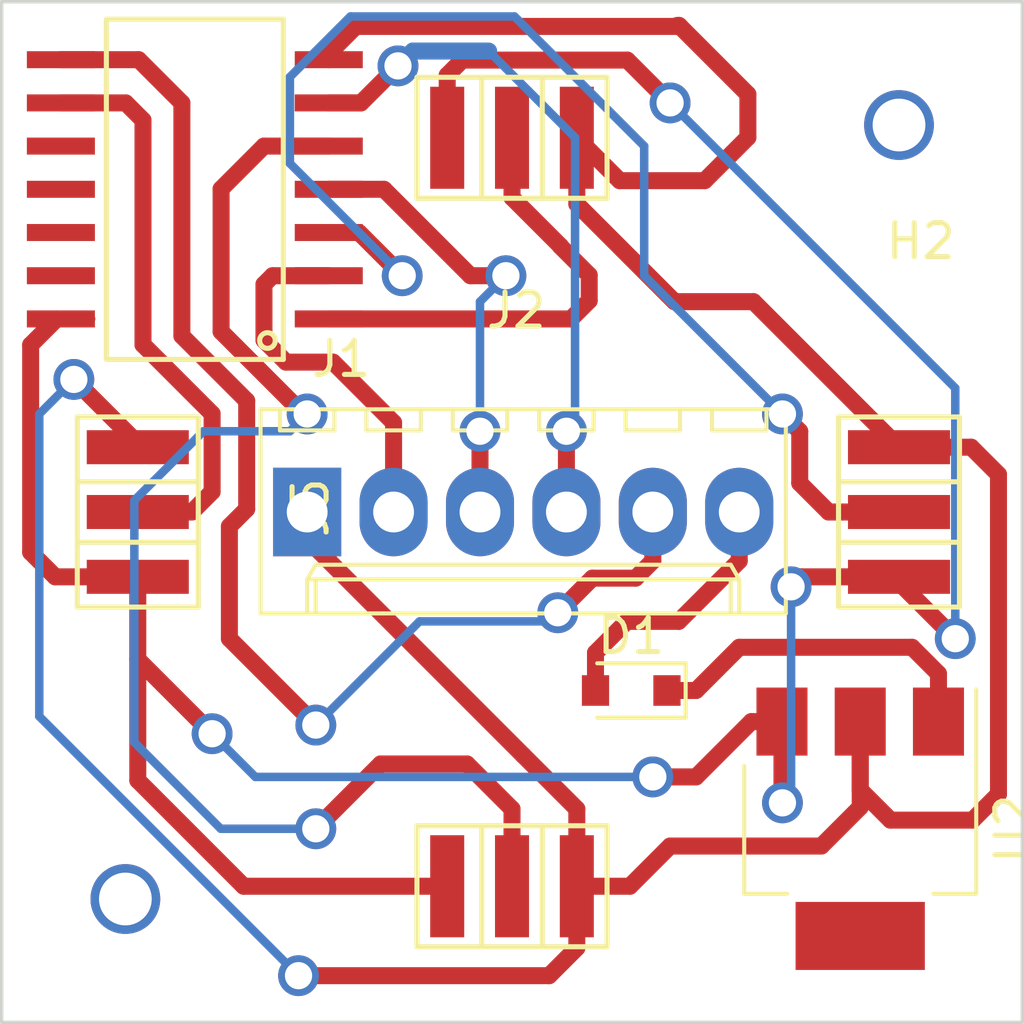
<source format=kicad_pcb>
(kicad_pcb (version 4) (host pcbnew 4.0.6)

  (general
    (links 21)
    (no_connects 0)
    (area 253.582095 10.693 286.1911 45.9286)
    (thickness 1.6)
    (drawings 4)
    (tracks 180)
    (zones 0)
    (modules 10)
    (nets 15)
  )

  (page A4)
  (layers
    (0 F.Cu signal)
    (31 B.Cu signal)
    (32 B.Adhes user)
    (33 F.Adhes user)
    (34 B.Paste user)
    (35 F.Paste user)
    (36 B.SilkS user)
    (37 F.SilkS user)
    (38 B.Mask user)
    (39 F.Mask user)
    (40 Dwgs.User user)
    (41 Cmts.User user)
    (42 Eco1.User user)
    (43 Eco2.User user)
    (44 Edge.Cuts user)
    (45 Margin user)
    (46 B.CrtYd user)
    (47 F.CrtYd user)
    (48 B.Fab user)
    (49 F.Fab user)
  )

  (setup
    (last_trace_width 0.25)
    (user_trace_width 0.5)
    (trace_clearance 0.2)
    (zone_clearance 0.508)
    (zone_45_only no)
    (trace_min 0.2)
    (segment_width 0.2)
    (edge_width 0.15)
    (via_size 0.6)
    (via_drill 0.4)
    (via_min_size 0.4)
    (via_min_drill 0.3)
    (user_via 1.2 0.8)
    (uvia_size 0.3)
    (uvia_drill 0.1)
    (uvias_allowed no)
    (uvia_min_size 0.2)
    (uvia_min_drill 0.1)
    (pcb_text_width 0.3)
    (pcb_text_size 1.5 1.5)
    (mod_edge_width 0.15)
    (mod_text_size 1 1)
    (mod_text_width 0.15)
    (pad_size 2 0.5)
    (pad_drill 0)
    (pad_to_mask_clearance 0.2)
    (aux_axis_origin 0 0)
    (visible_elements 7FFFFFDF)
    (pcbplotparams
      (layerselection 0x00030_80000001)
      (usegerberextensions false)
      (excludeedgelayer true)
      (linewidth 0.100000)
      (plotframeref false)
      (viasonmask false)
      (mode 1)
      (useauxorigin false)
      (hpglpennumber 1)
      (hpglpenspeed 20)
      (hpglpendiameter 15)
      (hpglpenoverlay 2)
      (psnegative false)
      (psa4output false)
      (plotreference true)
      (plotvalue true)
      (plotinvisibletext false)
      (padsonsilk false)
      (subtractmaskfromsilk false)
      (outputformat 1)
      (mirror false)
      (drillshape 0)
      (scaleselection 1)
      (outputdirectory ""))
  )

  (net 0 "")
  (net 1 VCC)
  (net 2 "Net-(D1-Pad2)")
  (net 3 "Net-(H1-Pad1)")
  (net 4 "Net-(H2-Pad1)")
  (net 5 GND)
  (net 6 S_1)
  (net 7 S_2)
  (net 8 S_3)
  (net 9 S_4)
  (net 10 +5V)
  (net 11 SS_1)
  (net 12 SS_2)
  (net 13 SS_3)
  (net 14 SS_4)

  (net_class Default "Esta es la clase de red por defecto."
    (clearance 0.2)
    (trace_width 0.25)
    (via_dia 0.6)
    (via_drill 0.4)
    (uvia_dia 0.3)
    (uvia_drill 0.1)
    (add_net +5V)
    (add_net GND)
    (add_net "Net-(D1-Pad2)")
    (add_net "Net-(H1-Pad1)")
    (add_net "Net-(H2-Pad1)")
    (add_net SS_1)
    (add_net SS_2)
    (add_net SS_3)
    (add_net SS_4)
    (add_net S_1)
    (add_net S_2)
    (add_net S_3)
    (add_net S_4)
    (add_net VCC)
  )

  (module Diodes_SMD:D_0805 (layer F.Cu) (tedit 586A4032) (tstamp 58ED38DD)
    (at 252.735 47.1 180)
    (descr "Diode SMD in 0805 package")
    (tags "smd diode")
    (path /58ECF085)
    (attr smd)
    (fp_text reference D1 (at 0 1.6 180) (layer F.SilkS)
      (effects (font (size 1 1) (thickness 0.15)))
    )
    (fp_text value D (at 0 -1.6 180) (layer F.Fab)
      (effects (font (size 1 1) (thickness 0.15)))
    )
    (fp_line (start -1.6 -0.8) (end -1.6 0.8) (layer F.SilkS) (width 0.12))
    (fp_line (start -1.7 0.88) (end -1.7 -0.88) (layer F.CrtYd) (width 0.05))
    (fp_line (start 1.7 0.88) (end -1.7 0.88) (layer F.CrtYd) (width 0.05))
    (fp_line (start 1.7 -0.88) (end 1.7 0.88) (layer F.CrtYd) (width 0.05))
    (fp_line (start -1.7 -0.88) (end 1.7 -0.88) (layer F.CrtYd) (width 0.05))
    (fp_line (start 0.2 0) (end 0.4 0) (layer F.Fab) (width 0.1))
    (fp_line (start -0.1 0) (end -0.3 0) (layer F.Fab) (width 0.1))
    (fp_line (start -0.1 -0.2) (end -0.1 0.2) (layer F.Fab) (width 0.1))
    (fp_line (start 0.2 0.2) (end 0.2 -0.2) (layer F.Fab) (width 0.1))
    (fp_line (start -0.1 0) (end 0.2 0.2) (layer F.Fab) (width 0.1))
    (fp_line (start 0.2 -0.2) (end -0.1 0) (layer F.Fab) (width 0.1))
    (fp_line (start -1 0.625) (end -1 -0.625) (layer F.Fab) (width 0.1))
    (fp_line (start 1 0.625) (end -1 0.625) (layer F.Fab) (width 0.1))
    (fp_line (start 1 -0.625) (end 1 0.625) (layer F.Fab) (width 0.1))
    (fp_line (start -1 -0.625) (end 1 -0.625) (layer F.Fab) (width 0.1))
    (fp_line (start -1.6 0.8) (end 1 0.8) (layer F.SilkS) (width 0.12))
    (fp_line (start -1.6 -0.8) (end 1 -0.8) (layer F.SilkS) (width 0.12))
    (pad 1 smd rect (at -1.05 0 180) (size 0.8 0.9) (layers F.Cu F.Paste F.Mask)
      (net 1 VCC))
    (pad 2 smd rect (at 1.05 0 180) (size 0.8 0.9) (layers F.Cu F.Paste F.Mask)
      (net 2 "Net-(D1-Pad2)"))
  )

  (module Connectors_Molex:Molex_KK-6410-06_06x2.54mm_Straight (layer F.Cu) (tedit 56C6219D) (tstamp 58ED391D)
    (at 243.21 41.8536)
    (descr "Connector Headers with Friction Lock, 22-27-2061, http://www.molex.com/pdm_docs/sd/022272021_sd.pdf")
    (tags "connector molex kk_6410 22-27-2061")
    (path /58ECF217)
    (fp_text reference J1 (at 1 -4.5) (layer F.SilkS)
      (effects (font (size 1 1) (thickness 0.15)))
    )
    (fp_text value C_SENSORES (at 6.35 4.5) (layer F.Fab)
      (effects (font (size 1 1) (thickness 0.15)))
    )
    (fp_line (start -1.37 -3.02) (end -1.37 2.98) (layer F.SilkS) (width 0.12))
    (fp_line (start -1.37 2.98) (end 14.07 2.98) (layer F.SilkS) (width 0.12))
    (fp_line (start 14.07 2.98) (end 14.07 -3.02) (layer F.SilkS) (width 0.12))
    (fp_line (start 14.07 -3.02) (end -1.37 -3.02) (layer F.SilkS) (width 0.12))
    (fp_line (start 0 2.98) (end 0 1.98) (layer F.SilkS) (width 0.12))
    (fp_line (start 0 1.98) (end 12.7 1.98) (layer F.SilkS) (width 0.12))
    (fp_line (start 12.7 1.98) (end 12.7 2.98) (layer F.SilkS) (width 0.12))
    (fp_line (start 0 1.98) (end 0.25 1.55) (layer F.SilkS) (width 0.12))
    (fp_line (start 0.25 1.55) (end 12.45 1.55) (layer F.SilkS) (width 0.12))
    (fp_line (start 12.45 1.55) (end 12.7 1.98) (layer F.SilkS) (width 0.12))
    (fp_line (start 0.25 2.98) (end 0.25 1.98) (layer F.SilkS) (width 0.12))
    (fp_line (start 12.45 2.98) (end 12.45 1.98) (layer F.SilkS) (width 0.12))
    (fp_line (start -0.8 -3.02) (end -0.8 -2.4) (layer F.SilkS) (width 0.12))
    (fp_line (start -0.8 -2.4) (end 0.8 -2.4) (layer F.SilkS) (width 0.12))
    (fp_line (start 0.8 -2.4) (end 0.8 -3.02) (layer F.SilkS) (width 0.12))
    (fp_line (start 1.74 -3.02) (end 1.74 -2.4) (layer F.SilkS) (width 0.12))
    (fp_line (start 1.74 -2.4) (end 3.34 -2.4) (layer F.SilkS) (width 0.12))
    (fp_line (start 3.34 -2.4) (end 3.34 -3.02) (layer F.SilkS) (width 0.12))
    (fp_line (start 4.28 -3.02) (end 4.28 -2.4) (layer F.SilkS) (width 0.12))
    (fp_line (start 4.28 -2.4) (end 5.88 -2.4) (layer F.SilkS) (width 0.12))
    (fp_line (start 5.88 -2.4) (end 5.88 -3.02) (layer F.SilkS) (width 0.12))
    (fp_line (start 6.82 -3.02) (end 6.82 -2.4) (layer F.SilkS) (width 0.12))
    (fp_line (start 6.82 -2.4) (end 8.42 -2.4) (layer F.SilkS) (width 0.12))
    (fp_line (start 8.42 -2.4) (end 8.42 -3.02) (layer F.SilkS) (width 0.12))
    (fp_line (start 9.36 -3.02) (end 9.36 -2.4) (layer F.SilkS) (width 0.12))
    (fp_line (start 9.36 -2.4) (end 10.96 -2.4) (layer F.SilkS) (width 0.12))
    (fp_line (start 10.96 -2.4) (end 10.96 -3.02) (layer F.SilkS) (width 0.12))
    (fp_line (start 11.9 -3.02) (end 11.9 -2.4) (layer F.SilkS) (width 0.12))
    (fp_line (start 11.9 -2.4) (end 13.5 -2.4) (layer F.SilkS) (width 0.12))
    (fp_line (start 13.5 -2.4) (end 13.5 -3.02) (layer F.SilkS) (width 0.12))
    (fp_line (start -1.9 3.5) (end -1.9 -3.55) (layer F.CrtYd) (width 0.05))
    (fp_line (start -1.9 -3.55) (end 14.6 -3.55) (layer F.CrtYd) (width 0.05))
    (fp_line (start 14.6 -3.55) (end 14.6 3.5) (layer F.CrtYd) (width 0.05))
    (fp_line (start 14.6 3.5) (end -1.9 3.5) (layer F.CrtYd) (width 0.05))
    (pad 1 thru_hole rect (at 0 0) (size 2 2.6) (drill 1.2) (layers *.Cu *.Mask)
      (net 5 GND))
    (pad 2 thru_hole oval (at 2.54 0) (size 2 2.6) (drill 1.2) (layers *.Cu *.Mask)
      (net 6 S_1))
    (pad 3 thru_hole oval (at 5.08 0) (size 2 2.6) (drill 1.2) (layers *.Cu *.Mask)
      (net 7 S_2))
    (pad 4 thru_hole oval (at 7.62 0) (size 2 2.6) (drill 1.2) (layers *.Cu *.Mask)
      (net 8 S_3))
    (pad 5 thru_hole oval (at 10.16 0) (size 2 2.6) (drill 1.2) (layers *.Cu *.Mask)
      (net 9 S_4))
    (pad 6 thru_hole oval (at 12.7 0) (size 2 2.6) (drill 1.2) (layers *.Cu *.Mask)
      (net 2 "Net-(D1-Pad2)"))
  )

  (module Huellas:SOT-223 (layer F.Cu) (tedit 58E17FF6) (tstamp 58ED3991)
    (at 259.466 51.164 270)
    (descr "module CMS SOT223 4 pins")
    (tags "CMS SOT")
    (path /58ECF76B)
    (attr smd)
    (fp_text reference U2 (at 0 -4.5 270) (layer F.SilkS)
      (effects (font (size 1 1) (thickness 0.15)))
    )
    (fp_text value 7805 (at 0 4.5 270) (layer F.Fab)
      (effects (font (size 1 1) (thickness 0.15)))
    )
    (fp_text user %R (at 0 0 270) (layer F.Fab)
      (effects (font (size 0.8 0.8) (thickness 0.12)))
    )
    (fp_line (start -1.85 -2.3) (end -0.8 -3.35) (layer F.Fab) (width 0.1))
    (fp_line (start 1.91 3.41) (end 1.91 2.15) (layer F.SilkS) (width 0.12))
    (fp_line (start 1.91 -3.41) (end 1.91 -2.15) (layer F.SilkS) (width 0.12))
    (fp_line (start 4.4 -3.6) (end -4.4 -3.6) (layer F.CrtYd) (width 0.05))
    (fp_line (start 4.4 3.6) (end 4.4 -3.6) (layer F.CrtYd) (width 0.05))
    (fp_line (start -4.4 3.6) (end 4.4 3.6) (layer F.CrtYd) (width 0.05))
    (fp_line (start -4.4 -3.6) (end -4.4 3.6) (layer F.CrtYd) (width 0.05))
    (fp_line (start -1.85 -2.3) (end -1.85 3.35) (layer F.Fab) (width 0.1))
    (fp_line (start -1.85 3.41) (end 1.91 3.41) (layer F.SilkS) (width 0.12))
    (fp_line (start -0.8 -3.35) (end 1.85 -3.35) (layer F.Fab) (width 0.1))
    (fp_line (start -4.1 -3.41) (end 1.91 -3.41) (layer F.SilkS) (width 0.12))
    (fp_line (start -1.85 3.35) (end 1.85 3.35) (layer F.Fab) (width 0.1))
    (fp_line (start 1.85 -3.35) (end 1.85 3.35) (layer F.Fab) (width 0.1))
    (pad "" smd rect (at 3.15 0 270) (size 2 3.8) (layers F.Cu F.Paste F.Mask))
    (pad GND smd rect (at -3.15 0 270) (size 2 1.5) (layers F.Cu F.Paste F.Mask)
      (net 5 GND))
    (pad VO smd rect (at -3.15 2.3 270) (size 2 1.5) (layers F.Cu F.Paste F.Mask)
      (net 10 +5V))
    (pad VI smd rect (at -3.15 -2.3 270) (size 2 1.5) (layers F.Cu F.Paste F.Mask)
      (net 1 VCC))
    (model ${KISYS3DMOD}/TO_SOT_Packages_SMD.3dshapes/SOT-223.wrl
      (at (xyz 0 0 0))
      (scale (xyz 0.42 0.42 0.42))
      (rotate (xyz 0 0 90))
    )
  )

  (module Huellas:Con_soldado_3 (layer F.Cu) (tedit 58ED3981) (tstamp 58ED52F1)
    (at 249.2311 30.8536)
    (path /58ECF312)
    (fp_text reference J2 (at 0.127 5.08) (layer F.SilkS)
      (effects (font (size 1 1) (thickness 0.15)))
    )
    (fp_text value SENSOR_1 (at 0 3.048) (layer F.Fab)
      (effects (font (size 1 1) (thickness 0.15)))
    )
    (fp_line (start 0.889 1.778) (end 0.889 -1.778) (layer F.SilkS) (width 0.15))
    (fp_line (start -0.889 1.778) (end -0.889 -1.778) (layer F.SilkS) (width 0.15))
    (fp_line (start -2.794 -1.778) (end 2.794 -1.778) (layer F.SilkS) (width 0.15))
    (fp_line (start -2.794 1.778) (end -2.794 -1.778) (layer F.SilkS) (width 0.15))
    (fp_line (start -2.794 1.778) (end 2.794 1.778) (layer F.SilkS) (width 0.15))
    (fp_line (start 2.794 1.778) (end 2.794 -1.778) (layer F.SilkS) (width 0.15))
    (pad 1 smd rect (at -1.905 0) (size 1 3) (layers F.Cu F.Paste F.Mask)
      (net 10 +5V))
    (pad 3 smd rect (at 1.905 0) (size 1 3) (layers F.Cu F.Paste F.Mask)
      (net 5 GND))
    (pad 2 smd rect (at 0 0) (size 1 3) (layers F.Cu F.Paste F.Mask)
      (net 11 SS_1))
  )

  (module Huellas:Con_soldado_3 (layer F.Cu) (tedit 58ED3981) (tstamp 58ED52FE)
    (at 260.6061 41.8536 90)
    (path /58ECF48E)
    (fp_text reference J3 (at 0.127 5.08 90) (layer F.SilkS)
      (effects (font (size 1 1) (thickness 0.15)))
    )
    (fp_text value SENSOR_2 (at 0 3.048 90) (layer F.Fab)
      (effects (font (size 1 1) (thickness 0.15)))
    )
    (fp_line (start 0.889 1.778) (end 0.889 -1.778) (layer F.SilkS) (width 0.15))
    (fp_line (start -0.889 1.778) (end -0.889 -1.778) (layer F.SilkS) (width 0.15))
    (fp_line (start -2.794 -1.778) (end 2.794 -1.778) (layer F.SilkS) (width 0.15))
    (fp_line (start -2.794 1.778) (end -2.794 -1.778) (layer F.SilkS) (width 0.15))
    (fp_line (start -2.794 1.778) (end 2.794 1.778) (layer F.SilkS) (width 0.15))
    (fp_line (start 2.794 1.778) (end 2.794 -1.778) (layer F.SilkS) (width 0.15))
    (pad 1 smd rect (at -1.905 0 90) (size 1 3) (layers F.Cu F.Paste F.Mask)
      (net 10 +5V))
    (pad 3 smd rect (at 1.905 0 90) (size 1 3) (layers F.Cu F.Paste F.Mask)
      (net 5 GND))
    (pad 2 smd rect (at 0 0 90) (size 1 3) (layers F.Cu F.Paste F.Mask)
      (net 12 SS_2))
  )

  (module Huellas:Con_soldado_3 (layer F.Cu) (tedit 58ED3981) (tstamp 58ED530B)
    (at 249.2311 52.8536)
    (path /58ECF5CC)
    (fp_text reference J4 (at 0.127 5.08) (layer F.SilkS)
      (effects (font (size 1 1) (thickness 0.15)))
    )
    (fp_text value SENSOR_3 (at 0 3.048) (layer F.Fab)
      (effects (font (size 1 1) (thickness 0.15)))
    )
    (fp_line (start 0.889 1.778) (end 0.889 -1.778) (layer F.SilkS) (width 0.15))
    (fp_line (start -0.889 1.778) (end -0.889 -1.778) (layer F.SilkS) (width 0.15))
    (fp_line (start -2.794 -1.778) (end 2.794 -1.778) (layer F.SilkS) (width 0.15))
    (fp_line (start -2.794 1.778) (end -2.794 -1.778) (layer F.SilkS) (width 0.15))
    (fp_line (start -2.794 1.778) (end 2.794 1.778) (layer F.SilkS) (width 0.15))
    (fp_line (start 2.794 1.778) (end 2.794 -1.778) (layer F.SilkS) (width 0.15))
    (pad 1 smd rect (at -1.905 0) (size 1 3) (layers F.Cu F.Paste F.Mask)
      (net 10 +5V))
    (pad 3 smd rect (at 1.905 0) (size 1 3) (layers F.Cu F.Paste F.Mask)
      (net 5 GND))
    (pad 2 smd rect (at 0 0) (size 1 3) (layers F.Cu F.Paste F.Mask)
      (net 13 SS_3))
  )

  (module Huellas:Con_soldado_3 (layer F.Cu) (tedit 58ED3981) (tstamp 58ED5318)
    (at 238.2311 41.8536 90)
    (path /58ECF60F)
    (fp_text reference J5 (at 0.127 5.08 90) (layer F.SilkS)
      (effects (font (size 1 1) (thickness 0.15)))
    )
    (fp_text value SENSOR_4 (at 0 3.048 90) (layer F.Fab)
      (effects (font (size 1 1) (thickness 0.15)))
    )
    (fp_line (start 0.889 1.778) (end 0.889 -1.778) (layer F.SilkS) (width 0.15))
    (fp_line (start -0.889 1.778) (end -0.889 -1.778) (layer F.SilkS) (width 0.15))
    (fp_line (start -2.794 -1.778) (end 2.794 -1.778) (layer F.SilkS) (width 0.15))
    (fp_line (start -2.794 1.778) (end -2.794 -1.778) (layer F.SilkS) (width 0.15))
    (fp_line (start -2.794 1.778) (end 2.794 1.778) (layer F.SilkS) (width 0.15))
    (fp_line (start 2.794 1.778) (end 2.794 -1.778) (layer F.SilkS) (width 0.15))
    (pad 1 smd rect (at -1.905 0 90) (size 1 3) (layers F.Cu F.Paste F.Mask)
      (net 10 +5V))
    (pad 3 smd rect (at 1.905 0 90) (size 1 3) (layers F.Cu F.Paste F.Mask)
      (net 5 GND))
    (pad 2 smd rect (at 0 0 90) (size 1 3) (layers F.Cu F.Paste F.Mask)
      (net 14 SS_4))
  )

  (module Huellas:Hole3mm (layer F.Cu) (tedit 58ED5986) (tstamp 58ED5709)
    (at 237.114 53.958)
    (path /58ED6ED4)
    (fp_text reference H1 (at 0 3.81) (layer F.SilkS)
      (effects (font (size 1 1) (thickness 0.15)))
    )
    (fp_text value HOLE_1 (at 0 -3.81) (layer F.Fab)
      (effects (font (size 1 1) (thickness 0.15)))
    )
    (pad 1 thru_hole circle (at 0.752 -0.7294) (size 2.05 2.05) (drill 1.55) (layers *.Cu *.Mask)
      (net 3 "Net-(H1-Pad1)"))
  )

  (module Huellas:Hole3mm (layer F.Cu) (tedit 58ED5A88) (tstamp 58ED570E)
    (at 261.244 30.082)
    (path /58ED7162)
    (fp_text reference H2 (at 0 3.81) (layer F.SilkS)
      (effects (font (size 1 1) (thickness 0.15)))
    )
    (fp_text value HOLE_2 (at 0 -3.81) (layer F.Fab)
      (effects (font (size 1 1) (thickness 0.15)))
    )
    (pad 1 thru_hole circle (at -0.6379 0.3966) (size 2.05 2.05) (drill 1.55) (layers *.Cu *.Mask)
      (net 4 "Net-(H2-Pad1)"))
  )

  (module Huellas:SO-14 (layer F.Cu) (tedit 58ED6308) (tstamp 58ED6499)
    (at 239.908 32.368 180)
    (path /58ECE677)
    (fp_text reference U1 (at 0 7.62 180) (layer F.SilkS)
      (effects (font (size 1 1) (thickness 0.15)))
    )
    (fp_text value 74HC14 (at 0 6.35 180) (layer F.Fab)
      (effects (font (size 1 1) (thickness 0.15)))
    )
    (fp_circle (center -2.135 -4.445) (end -1.905 -4.445) (layer F.SilkS) (width 0.15))
    (fp_line (start -2.6 5) (end -2.6 -5) (layer F.SilkS) (width 0.15))
    (fp_line (start -2.6 -5) (end 2.6 -5) (layer F.SilkS) (width 0.15))
    (fp_line (start 2.6 -5) (end 2.6 5) (layer F.SilkS) (width 0.15))
    (fp_line (start 2.6 5) (end -2.6 5) (layer F.SilkS) (width 0.15))
    (pad +5V smd rect (at 3.937 -3.81 180) (size 2 0.5) (layers F.Cu F.Paste F.Mask)
      (net 10 +5V))
    (pad 13 smd rect (at 3.937 -2.54 180) (size 2 0.5) (layers F.Cu F.Paste F.Mask))
    (pad 12 smd rect (at 3.937 -1.27 180) (size 2 0.5) (layers F.Cu F.Paste F.Mask))
    (pad 11 smd rect (at 3.937 0 180) (size 2 0.5) (layers F.Cu F.Paste F.Mask))
    (pad 10 smd rect (at 3.937 1.27 180) (size 2 0.5) (layers F.Cu F.Paste F.Mask))
    (pad 9 smd rect (at 3.937 2.54 180) (size 2 0.5) (layers F.Cu F.Paste F.Mask)
      (net 14 SS_4))
    (pad 8 smd rect (at 3.937 3.81 180) (size 2 0.5) (layers F.Cu F.Paste F.Mask)
      (net 9 S_4))
    (pad 1 smd rect (at -3.937 -3.81 180) (size 2 0.5) (layers F.Cu F.Paste F.Mask)
      (net 11 SS_1))
    (pad 2 smd rect (at -3.937 -2.54 180) (size 2 0.5) (layers F.Cu F.Paste F.Mask)
      (net 6 S_1))
    (pad 3 smd rect (at -3.937 -1.27 180) (size 2 0.5) (layers F.Cu F.Paste F.Mask)
      (net 12 SS_2))
    (pad GND smd rect (at -3.937 3.81 180) (size 2 0.5) (layers F.Cu F.Paste F.Mask)
      (net 5 GND))
    (pad 6 smd rect (at -3.937 2.54 180) (size 2 0.5) (layers F.Cu F.Paste F.Mask)
      (net 8 S_3))
    (pad 5 smd rect (at -3.937 1.27 180) (size 2 0.5) (layers F.Cu F.Paste F.Mask)
      (net 13 SS_3))
    (pad 4 smd rect (at -3.937 0 180) (size 2 0.5) (layers F.Cu F.Paste F.Mask)
      (net 7 S_2))
  )

  (gr_line (start 234.2311 26.8536) (end 234.2311 56.8536) (layer Edge.Cuts) (width 0.1))
  (gr_line (start 264.2311 26.8536) (end 234.2311 26.8536) (layer Edge.Cuts) (width 0.1))
  (gr_line (start 264.2311 56.8536) (end 264.2311 26.8536) (layer Edge.Cuts) (width 0.1))
  (gr_line (start 234.2311 56.8536) (end 264.2311 56.8536) (layer Edge.Cuts) (width 0.1))

  (segment (start 253.785 47.1) (end 254.64 47.1) (width 0.5) (layer F.Cu) (net 1))
  (segment (start 261.766 46.606) (end 261.766 48.014) (width 0.5) (layer F.Cu) (net 1) (tstamp 58ED5DF6))
  (segment (start 260.99 45.83) (end 261.766 46.606) (width 0.5) (layer F.Cu) (net 1) (tstamp 58ED5DF5))
  (segment (start 255.91 45.83) (end 260.99 45.83) (width 0.5) (layer F.Cu) (net 1) (tstamp 58ED5DF3))
  (segment (start 254.64 47.1) (end 255.91 45.83) (width 0.5) (layer F.Cu) (net 1) (tstamp 58ED5DF2))
  (segment (start 251.685 47.1) (end 251.685 45.991) (width 0.5) (layer F.Cu) (net 2))
  (segment (start 255.91 43.29) (end 255.91 41.8536) (width 0.5) (layer F.Cu) (net 2) (tstamp 58ED5E22))
  (segment (start 254.132 45.068) (end 255.91 43.29) (width 0.5) (layer F.Cu) (net 2) (tstamp 58ED5E20))
  (segment (start 252.608 45.068) (end 254.132 45.068) (width 0.5) (layer F.Cu) (net 2) (tstamp 58ED5E1E))
  (segment (start 251.685 45.991) (end 252.608 45.068) (width 0.5) (layer F.Cu) (net 2) (tstamp 58ED5E1D))
  (segment (start 235.336 47.862) (end 242.956 55.482) (width 0.25) (layer B.Cu) (net 5) (tstamp 58ED68C5))
  (segment (start 235.336 38.972) (end 235.336 47.862) (width 0.25) (layer B.Cu) (net 5) (tstamp 58ED68C4))
  (segment (start 236.352 37.956) (end 235.336 38.972) (width 0.25) (layer B.Cu) (net 5) (tstamp 58ED68C3))
  (segment (start 254.17 27.58) (end 256.164 29.574) (width 0.5) (layer F.Cu) (net 5))
  (segment (start 256.164 29.574) (end 256.164 30.844) (width 0.5) (layer F.Cu) (net 5) (tstamp 58ED6784))
  (segment (start 256.164 30.844) (end 254.894 32.114) (width 0.5) (layer F.Cu) (net 5) (tstamp 58ED6786))
  (segment (start 254.894 32.114) (end 252.3965 32.114) (width 0.5) (layer F.Cu) (net 5) (tstamp 58ED6788))
  (segment (start 252.3965 32.114) (end 251.1361 30.8536) (width 0.5) (layer F.Cu) (net 5) (tstamp 58ED6789))
  (segment (start 243.845 28.558) (end 243.845 28.375) (width 0.5) (layer F.Cu) (net 5))
  (segment (start 243.845 28.375) (end 244.64 27.58) (width 0.5) (layer F.Cu) (net 5) (tstamp 591DF70F))
  (segment (start 244.64 27.58) (end 254.17 27.58) (width 0.5) (layer F.Cu) (net 5) (tstamp 591DF711))
  (segment (start 254.17 27.58) (end 254.14 27.55) (width 0.5) (layer F.Cu) (net 5) (tstamp 591DF714))
  (segment (start 254.14 27.55) (end 254.09 27.55) (width 0.5) (layer F.Cu) (net 5) (tstamp 591DF71B))
  (segment (start 238.2311 39.9486) (end 238.2311 39.8351) (width 0.25) (layer F.Cu) (net 5))
  (segment (start 238.2311 39.8351) (end 236.352 37.956) (width 0.5) (layer F.Cu) (net 5) (tstamp 58ED68B4))
  (segment (start 251.1361 54.6679) (end 251.1361 52.8536) (width 0.5) (layer F.Cu) (net 5) (tstamp 58ED68D4))
  (segment (start 250.322 55.482) (end 251.1361 54.6679) (width 0.5) (layer F.Cu) (net 5) (tstamp 58ED68D3))
  (segment (start 242.956 55.482) (end 250.322 55.482) (width 0.5) (layer F.Cu) (net 5) (tstamp 58ED68D2))
  (via (at 242.956 55.482) (size 1.2) (drill 0.8) (layers F.Cu B.Cu) (net 5))
  (via (at 236.352 37.956) (size 1.2) (drill 0.8) (layers F.Cu B.Cu) (net 5))
  (segment (start 238.2311 39.9486) (end 238.2311 39.5811) (width 0.25) (layer F.Cu) (net 5))
  (segment (start 243.21 41.8536) (end 243.21 42.655) (width 0.5) (layer F.Cu) (net 5))
  (segment (start 243.21 42.655) (end 249.56 49.005) (width 0.5) (layer F.Cu) (net 5) (tstamp 58ED5EA1))
  (segment (start 249.56 49.005) (end 249.56 49.005) (width 0.5) (layer F.Cu) (net 5) (tstamp 58ED5EA5))
  (segment (start 249.56 49.005) (end 251.1361 50.5811) (width 0.5) (layer F.Cu) (net 5) (tstamp 58ED5EA7))
  (segment (start 251.1361 50.5811) (end 251.1361 52.8536) (width 0.5) (layer F.Cu) (net 5) (tstamp 58ED5EA9))
  (segment (start 259.466 48.014) (end 259.466 50.021) (width 0.5) (layer F.Cu) (net 5))
  (segment (start 262.7286 39.9486) (end 260.6061 39.9486) (width 0.5) (layer F.Cu) (net 5) (tstamp 58ED5E02))
  (segment (start 263.53 40.75) (end 262.7286 39.9486) (width 0.5) (layer F.Cu) (net 5) (tstamp 58ED5E01))
  (segment (start 263.53 50.148) (end 263.53 40.75) (width 0.5) (layer F.Cu) (net 5) (tstamp 58ED5DFF))
  (segment (start 262.768 50.91) (end 263.53 50.148) (width 0.5) (layer F.Cu) (net 5) (tstamp 58ED5DFC))
  (segment (start 260.355 50.91) (end 262.768 50.91) (width 0.5) (layer F.Cu) (net 5) (tstamp 58ED5DFB))
  (segment (start 259.466 50.021) (end 260.355 50.91) (width 0.5) (layer F.Cu) (net 5) (tstamp 58ED5DFA))
  (segment (start 251.1361 30.8536) (end 251.1361 32.8011) (width 0.5) (layer F.Cu) (net 5))
  (segment (start 256.3275 35.67) (end 260.6061 39.9486) (width 0.5) (layer F.Cu) (net 5) (tstamp 58ED5DEC))
  (segment (start 254.005 35.67) (end 256.3275 35.67) (width 0.5) (layer F.Cu) (net 5) (tstamp 58ED5DEA))
  (segment (start 251.1361 32.8011) (end 254.005 35.67) (width 0.5) (layer F.Cu) (net 5) (tstamp 58ED5DE8))
  (segment (start 251.1361 52.8536) (end 252.6964 52.8536) (width 0.5) (layer F.Cu) (net 5))
  (segment (start 252.6964 52.8536) (end 253.878 51.672) (width 0.5) (layer F.Cu) (net 5) (tstamp 58ED5D6B))
  (segment (start 253.878 51.672) (end 258.323 51.672) (width 0.5) (layer F.Cu) (net 5) (tstamp 58ED5D6D))
  (segment (start 258.323 51.672) (end 259.466 50.529) (width 0.5) (layer F.Cu) (net 5) (tstamp 58ED5D6F))
  (segment (start 259.466 50.529) (end 259.466 48.014) (width 0.5) (layer F.Cu) (net 5) (tstamp 58ED5D70))
  (segment (start 243.845 34.908) (end 242.194 34.908) (width 0.5) (layer F.Cu) (net 6))
  (segment (start 245.75 39.226) (end 245.75 41.8536) (width 0.5) (layer F.Cu) (net 6) (tstamp 58ED651D))
  (segment (start 243.972 37.448) (end 245.75 39.226) (width 0.5) (layer F.Cu) (net 6) (tstamp 58ED651C))
  (segment (start 242.588 37.448) (end 243.972 37.448) (width 0.5) (layer F.Cu) (net 6) (tstamp 58ED651A))
  (segment (start 241.94 36.8) (end 242.588 37.448) (width 0.5) (layer F.Cu) (net 6) (tstamp 58ED6518))
  (segment (start 241.94 35.162) (end 241.94 36.8) (width 0.5) (layer F.Cu) (net 6) (tstamp 58ED6517))
  (segment (start 242.194 34.908) (end 241.94 35.162) (width 0.5) (layer F.Cu) (net 6) (tstamp 58ED6516))
  (segment (start 248.29 35.67) (end 248.29 39.48) (width 0.25) (layer B.Cu) (net 7) (tstamp 58ED6843))
  (segment (start 249.052 34.908) (end 248.29 35.67) (width 0.25) (layer B.Cu) (net 7) (tstamp 58ED6842))
  (segment (start 243.845 32.368) (end 245.468 32.368) (width 0.5) (layer F.Cu) (net 7))
  (segment (start 248.29 39.48) (end 248.29 41.8536) (width 0.5) (layer F.Cu) (net 7) (tstamp 58ED6846))
  (via (at 248.29 39.48) (size 1.2) (drill 0.8) (layers F.Cu B.Cu) (net 7))
  (via (at 249.052 34.908) (size 1.2) (drill 0.8) (layers F.Cu B.Cu) (net 7))
  (segment (start 248.008 34.908) (end 249.052 34.908) (width 0.5) (layer F.Cu) (net 7) (tstamp 58ED6825))
  (segment (start 245.468 32.368) (end 248.008 34.908) (width 0.5) (layer F.Cu) (net 7) (tstamp 58ED6820))
  (segment (start 248.544 28.304) (end 251.084 30.844) (width 0.25) (layer B.Cu) (net 8) (tstamp 58ED6664))
  (segment (start 251.084 30.844) (end 251.084 39.226) (width 0.25) (layer B.Cu) (net 8) (tstamp 58ED6665))
  (segment (start 251.084 39.226) (end 250.83 39.48) (width 0.25) (layer B.Cu) (net 8) (tstamp 58ED6667))
  (segment (start 246.316 28.304) (end 248.544 28.304) (width 0.5) (layer B.Cu) (net 8) (tstamp 591DF702))
  (segment (start 245.88 28.74) (end 246.316 28.304) (width 0.5) (layer B.Cu) (net 8) (tstamp 591DF701))
  (segment (start 243.845 29.828) (end 244.792 29.828) (width 0.5) (layer F.Cu) (net 8))
  (segment (start 244.792 29.828) (end 245.88 28.74) (width 0.5) (layer F.Cu) (net 8) (tstamp 591DF6F7))
  (via (at 250.83 39.48) (size 1.2) (drill 0.8) (layers F.Cu B.Cu) (net 8))
  (segment (start 250.83 39.48) (end 250.83 41.8536) (width 0.5) (layer F.Cu) (net 8) (tstamp 58ED666B))
  (via (at 245.88 28.74) (size 1.2) (drill 0.8) (layers F.Cu B.Cu) (net 8))
  (segment (start 243.845 29.828) (end 244.48 29.828) (width 0.25) (layer F.Cu) (net 8))
  (segment (start 246.512 45.068) (end 250.322 45.068) (width 0.25) (layer B.Cu) (net 9))
  (segment (start 243.464 48.116) (end 246.512 45.068) (width 0.25) (layer B.Cu) (net 9) (tstamp 58ED6569))
  (segment (start 250.322 45.068) (end 250.576 44.814) (width 0.25) (layer B.Cu) (net 9) (tstamp 58ED65C1))
  (segment (start 238.257 28.558) (end 239.527 29.828) (width 0.5) (layer F.Cu) (net 9) (tstamp 58ED655C))
  (segment (start 239.527 29.828) (end 239.527 36.677) (width 0.5) (layer F.Cu) (net 9) (tstamp 58ED655E))
  (segment (start 239.527 36.677) (end 241.432 38.582) (width 0.5) (layer F.Cu) (net 9) (tstamp 58ED6560))
  (segment (start 241.432 38.582) (end 241.432 41.766) (width 0.5) (layer F.Cu) (net 9) (tstamp 58ED6562))
  (segment (start 241.432 41.766) (end 240.924 42.274) (width 0.5) (layer F.Cu) (net 9) (tstamp 58ED6564))
  (segment (start 240.924 42.274) (end 240.924 45.576) (width 0.5) (layer F.Cu) (net 9) (tstamp 58ED6565))
  (segment (start 240.924 45.576) (end 243.464 48.116) (width 0.5) (layer F.Cu) (net 9) (tstamp 58ED6566))
  (via (at 243.464 48.116) (size 1.2) (drill 0.8) (layers F.Cu B.Cu) (net 9))
  (segment (start 235.971 28.558) (end 238.257 28.558) (width 0.5) (layer F.Cu) (net 9))
  (segment (start 253.37 43.29) (end 253.37 41.8536) (width 0.5) (layer F.Cu) (net 9) (tstamp 58ED65C9))
  (segment (start 252.862 43.798) (end 253.37 43.29) (width 0.5) (layer F.Cu) (net 9) (tstamp 58ED65C8))
  (segment (start 251.592 43.798) (end 252.862 43.798) (width 0.5) (layer F.Cu) (net 9) (tstamp 58ED65C6))
  (segment (start 250.576 44.814) (end 251.592 43.798) (width 0.5) (layer F.Cu) (net 9) (tstamp 58ED65C5))
  (via (at 250.576 44.814) (size 1.2) (drill 0.8) (layers F.Cu B.Cu) (net 9))
  (segment (start 257.434 50.148) (end 257.434 44.052) (width 0.25) (layer B.Cu) (net 10) (tstamp 58ED68AA))
  (segment (start 257.18 50.402) (end 257.434 50.148) (width 0.25) (layer B.Cu) (net 10) (tstamp 58ED68A9))
  (segment (start 262.26 38.21) (end 262.26 45.576) (width 0.25) (layer B.Cu) (net 10) (tstamp 58ED67A1))
  (segment (start 253.878 29.828) (end 262.26 38.21) (width 0.25) (layer B.Cu) (net 10) (tstamp 58ED67A0))
  (segment (start 241.686 49.64) (end 253.37 49.64) (width 0.25) (layer B.Cu) (net 10) (tstamp 58ED6070))
  (segment (start 240.416 48.37) (end 241.686 49.64) (width 0.25) (layer B.Cu) (net 10) (tstamp 58ED606F))
  (segment (start 257.166 48.014) (end 257.166 50.388) (width 0.5) (layer F.Cu) (net 10))
  (segment (start 257.7274 43.7586) (end 260.6061 43.7586) (width 0.5) (layer F.Cu) (net 10) (tstamp 58ED68AE))
  (segment (start 257.434 44.052) (end 257.7274 43.7586) (width 0.5) (layer F.Cu) (net 10) (tstamp 58ED68AD))
  (via (at 257.434 44.052) (size 1.2) (drill 0.8) (layers F.Cu B.Cu) (net 10))
  (via (at 257.18 50.402) (size 1.2) (drill 0.8) (layers F.Cu B.Cu) (net 10))
  (segment (start 257.166 50.388) (end 257.18 50.402) (width 0.25) (layer F.Cu) (net 10) (tstamp 58ED68A6))
  (segment (start 247.3261 30.8536) (end 247.3261 29.0139) (width 0.5) (layer F.Cu) (net 10))
  (segment (start 262.26 45.576) (end 260.6061 43.9221) (width 0.5) (layer F.Cu) (net 10) (tstamp 58ED67B4))
  (via (at 262.26 45.576) (size 1.2) (drill 0.8) (layers F.Cu B.Cu) (net 10))
  (via (at 253.878 29.828) (size 1.2) (drill 0.8) (layers F.Cu B.Cu) (net 10))
  (segment (start 252.62 28.57) (end 253.878 29.828) (width 0.5) (layer F.Cu) (net 10) (tstamp 58ED679B))
  (segment (start 247.77 28.57) (end 252.62 28.57) (width 0.5) (layer F.Cu) (net 10) (tstamp 58ED679A))
  (segment (start 247.3261 29.0139) (end 247.77 28.57) (width 0.5) (layer F.Cu) (net 10) (tstamp 58ED6798))
  (segment (start 260.6061 43.9221) (end 260.6061 43.7586) (width 0.25) (layer F.Cu) (net 10) (tstamp 58ED67B5))
  (segment (start 235.971 36.178) (end 236.86 36.178) (width 0.25) (layer F.Cu) (net 10))
  (segment (start 235.971 36.178) (end 235.844 36.178) (width 0.25) (layer F.Cu) (net 10))
  (segment (start 235.844 36.178) (end 235.082 36.94) (width 0.5) (layer F.Cu) (net 10) (tstamp 58ED64F8))
  (segment (start 235.082 36.94) (end 235.082 43.036) (width 0.5) (layer F.Cu) (net 10) (tstamp 58ED64F9))
  (segment (start 235.082 43.036) (end 235.8046 43.7586) (width 0.5) (layer F.Cu) (net 10) (tstamp 58ED64FA))
  (segment (start 235.8046 43.7586) (end 238.2311 43.7586) (width 0.5) (layer F.Cu) (net 10) (tstamp 58ED64FB))
  (segment (start 238.2311 43.7586) (end 238.2311 46.1851) (width 0.25) (layer F.Cu) (net 10))
  (segment (start 256.266 48.014) (end 257.166 48.014) (width 0.5) (layer F.Cu) (net 10) (tstamp 58ED6076))
  (segment (start 254.64 49.64) (end 256.266 48.014) (width 0.5) (layer F.Cu) (net 10) (tstamp 58ED6075))
  (segment (start 253.37 49.64) (end 254.64 49.64) (width 0.5) (layer F.Cu) (net 10) (tstamp 58ED6074))
  (via (at 253.37 49.64) (size 1.2) (drill 0.8) (layers F.Cu B.Cu) (net 10))
  (via (at 240.416 48.37) (size 1.2) (drill 0.8) (layers F.Cu B.Cu) (net 10))
  (segment (start 238.2311 46.1851) (end 240.416 48.37) (width 0.5) (layer F.Cu) (net 10) (tstamp 58ED6059))
  (segment (start 238.2311 43.7586) (end 238.2311 49.7411) (width 0.5) (layer F.Cu) (net 10))
  (segment (start 241.3436 52.8536) (end 247.3261 52.8536) (width 0.5) (layer F.Cu) (net 10) (tstamp 58ED5D7A))
  (segment (start 238.2311 49.7411) (end 241.3436 52.8536) (width 0.5) (layer F.Cu) (net 10) (tstamp 58ED5D73))
  (segment (start 250.66 34.04) (end 250.65 34.04) (width 0.5) (layer F.Cu) (net 11))
  (segment (start 250.66 34.04) (end 249.2311 32.6111) (width 0.5) (layer F.Cu) (net 11) (tstamp 591DF791))
  (segment (start 249.2311 30.8536) (end 249.2311 32.6111) (width 0.5) (layer F.Cu) (net 11) (tstamp 591DF795))
  (segment (start 250.962 36.178) (end 249.56 36.178) (width 0.5) (layer F.Cu) (net 11) (tstamp 591DF7A9))
  (segment (start 251.5 35.64) (end 250.962 36.178) (width 0.5) (layer F.Cu) (net 11) (tstamp 591DF7A6))
  (segment (start 251.5 34.89) (end 251.5 35.64) (width 0.5) (layer F.Cu) (net 11) (tstamp 591DF7A4))
  (segment (start 250.65 34.04) (end 251.5 34.89) (width 0.5) (layer F.Cu) (net 11) (tstamp 591DF7A1))
  (segment (start 243.845 36.178) (end 249.56 36.178) (width 0.5) (layer F.Cu) (net 11))
  (segment (start 249.2311 32.0391) (end 249.2311 30.8536) (width 0.25) (layer F.Cu) (net 11) (tstamp 58ED6512))
  (segment (start 246.004 34.908) (end 242.702 31.606) (width 0.25) (layer B.Cu) (net 12) (tstamp 58ED687B))
  (segment (start 242.702 31.606) (end 242.702 29.066) (width 0.25) (layer B.Cu) (net 12) (tstamp 58ED687C))
  (segment (start 242.702 29.066) (end 244.48 27.288) (width 0.25) (layer B.Cu) (net 12) (tstamp 58ED687E))
  (segment (start 244.48 27.288) (end 249.306 27.288) (width 0.25) (layer B.Cu) (net 12) (tstamp 58ED6880))
  (segment (start 249.306 27.288) (end 253.116 31.098) (width 0.25) (layer B.Cu) (net 12) (tstamp 58ED6884))
  (segment (start 253.116 31.098) (end 253.116 34.908) (width 0.25) (layer B.Cu) (net 12) (tstamp 58ED6886))
  (segment (start 253.116 34.908) (end 257.18 38.972) (width 0.25) (layer B.Cu) (net 12) (tstamp 58ED6888))
  (segment (start 243.845 33.638) (end 244.734 33.638) (width 0.25) (layer F.Cu) (net 12))
  (segment (start 244.734 33.638) (end 246.004 34.908) (width 0.5) (layer F.Cu) (net 12) (tstamp 58ED6869))
  (via (at 246.004 34.908) (size 1.2) (drill 0.8) (layers F.Cu B.Cu) (net 12))
  (via (at 257.18 38.972) (size 1.2) (drill 0.8) (layers F.Cu B.Cu) (net 12))
  (segment (start 257.18 38.972) (end 257.688 39.48) (width 0.5) (layer F.Cu) (net 12) (tstamp 58ED688F))
  (segment (start 257.688 39.48) (end 257.688 41.004) (width 0.5) (layer F.Cu) (net 12) (tstamp 58ED6890))
  (segment (start 257.688 41.004) (end 258.5376 41.8536) (width 0.5) (layer F.Cu) (net 12) (tstamp 58ED6891))
  (segment (start 258.5376 41.8536) (end 260.6061 41.8536) (width 0.5) (layer F.Cu) (net 12) (tstamp 58ED6892))
  (segment (start 259.5536 41.8536) (end 260.6061 41.8536) (width 0.25) (layer F.Cu) (net 12) (tstamp 58ED5E61))
  (segment (start 240.67 51.164) (end 243.464 51.164) (width 0.25) (layer B.Cu) (net 13) (tstamp 58ED672E))
  (segment (start 238.13 48.624) (end 240.67 51.164) (width 0.25) (layer B.Cu) (net 13) (tstamp 58ED672B))
  (segment (start 238.13 41.512) (end 238.13 48.624) (width 0.25) (layer B.Cu) (net 13) (tstamp 58ED6723))
  (segment (start 240.162 39.48) (end 238.13 41.512) (width 0.25) (layer B.Cu) (net 13) (tstamp 58ED671E))
  (segment (start 242.702 39.48) (end 240.162 39.48) (width 0.25) (layer B.Cu) (net 13) (tstamp 58ED671C))
  (segment (start 243.21 38.972) (end 242.702 39.48) (width 0.25) (layer B.Cu) (net 13) (tstamp 58ED671B))
  (segment (start 243.845 31.098) (end 241.94 31.098) (width 0.5) (layer F.Cu) (net 13))
  (segment (start 249.2311 50.5811) (end 249.2311 52.8536) (width 0.5) (layer F.Cu) (net 13) (tstamp 58ED673A))
  (segment (start 247.909 49.259) (end 249.2311 50.5811) (width 0.5) (layer F.Cu) (net 13) (tstamp 58ED6739))
  (segment (start 245.369 49.259) (end 247.909 49.259) (width 0.5) (layer F.Cu) (net 13) (tstamp 58ED6733))
  (segment (start 243.464 51.164) (end 245.369 49.259) (width 0.5) (layer F.Cu) (net 13) (tstamp 58ED6732))
  (via (at 243.464 51.164) (size 1.2) (drill 0.8) (layers F.Cu B.Cu) (net 13))
  (via (at 243.21 38.972) (size 1.2) (drill 0.8) (layers F.Cu B.Cu) (net 13))
  (segment (start 243.21 39.08) (end 243.21 38.972) (width 0.5) (layer F.Cu) (net 13) (tstamp 58ED6714))
  (segment (start 240.68 36.55) (end 243.21 39.08) (width 0.5) (layer F.Cu) (net 13) (tstamp 58ED6713))
  (segment (start 240.68 32.358) (end 240.68 36.55) (width 0.5) (layer F.Cu) (net 13) (tstamp 58ED6712))
  (segment (start 241.94 31.098) (end 240.68 32.358) (width 0.5) (layer F.Cu) (net 13) (tstamp 58ED670D))
  (segment (start 238.2311 41.8536) (end 239.8204 41.8536) (width 0.5) (layer F.Cu) (net 14))
  (segment (start 237.876 29.828) (end 235.971 29.828) (width 0.5) (layer F.Cu) (net 14) (tstamp 58ED6505))
  (segment (start 238.384 30.336) (end 237.876 29.828) (width 0.5) (layer F.Cu) (net 14) (tstamp 58ED6504))
  (segment (start 238.384 36.934) (end 238.384 30.336) (width 0.5) (layer F.Cu) (net 14) (tstamp 58ED6502))
  (segment (start 240.416 38.966) (end 238.384 36.934) (width 0.5) (layer F.Cu) (net 14) (tstamp 58ED6500))
  (segment (start 240.416 41.258) (end 240.416 38.966) (width 0.5) (layer F.Cu) (net 14) (tstamp 58ED64FF))
  (segment (start 239.8204 41.8536) (end 240.416 41.258) (width 0.5) (layer F.Cu) (net 14) (tstamp 58ED64FE))

)

</source>
